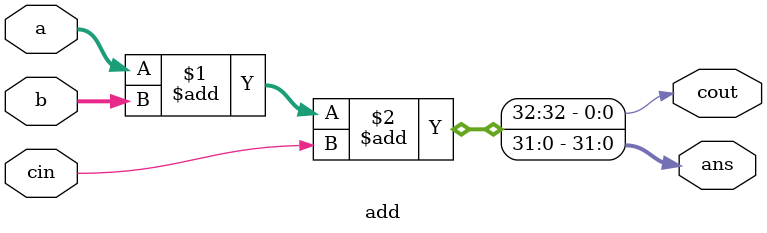
<source format=v>
`timescale 1ns / 1ps


module add(
    input [31:0] a,
    input [31:0] b,
    input cin,
    output [31:0] ans,
    output cout
    );
    assign {cout, ans} = a + b + cin;
endmodule

</source>
